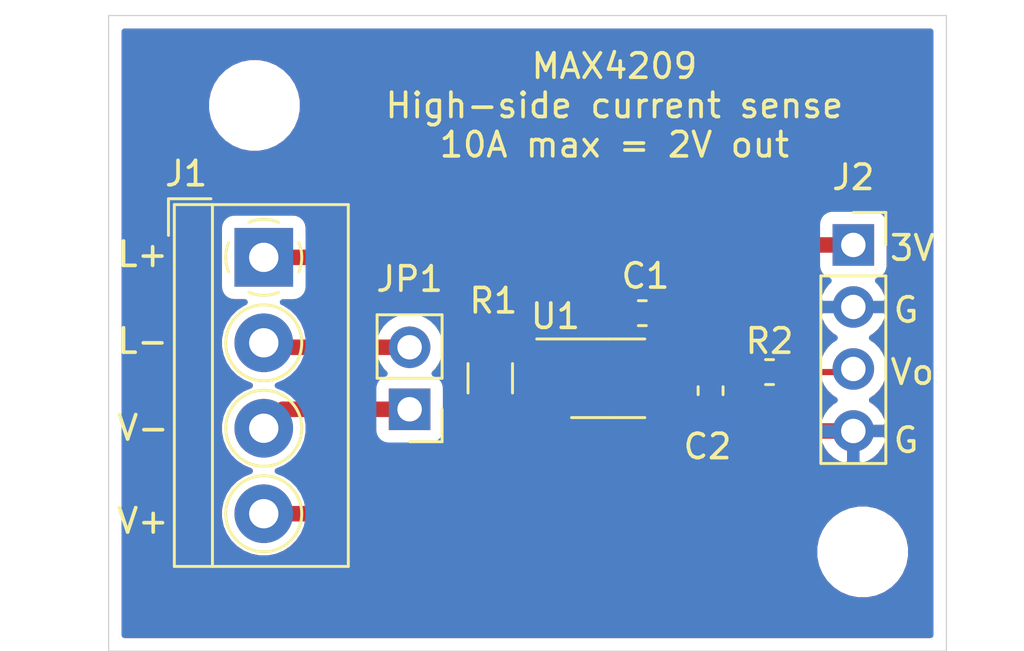
<source format=kicad_pcb>
(kicad_pcb (version 20171130) (host pcbnew 5.1.6-c6e7f7d~87~ubuntu18.04.1)

  (general
    (thickness 1.6)
    (drawings 15)
    (tracks 42)
    (zones 0)
    (modules 10)
    (nets 10)
  )

  (page A4)
  (layers
    (0 F.Cu signal)
    (31 B.Cu signal)
    (32 B.Adhes user)
    (33 F.Adhes user)
    (34 B.Paste user)
    (35 F.Paste user)
    (36 B.SilkS user)
    (37 F.SilkS user)
    (38 B.Mask user)
    (39 F.Mask user)
    (40 Dwgs.User user)
    (41 Cmts.User user)
    (42 Eco1.User user)
    (43 Eco2.User user hide)
    (44 Edge.Cuts user)
    (45 Margin user)
    (46 B.CrtYd user)
    (47 F.CrtYd user)
    (48 B.Fab user)
    (49 F.Fab user hide)
  )

  (setup
    (last_trace_width 0.25)
    (user_trace_width 0.254)
    (user_trace_width 0.381)
    (user_trace_width 0.508)
    (user_trace_width 0.635)
    (trace_clearance 0.2)
    (zone_clearance 0.508)
    (zone_45_only no)
    (trace_min 0.2)
    (via_size 0.8)
    (via_drill 0.4)
    (via_min_size 0.4)
    (via_min_drill 0.3)
    (uvia_size 0.3)
    (uvia_drill 0.1)
    (uvias_allowed no)
    (uvia_min_size 0.2)
    (uvia_min_drill 0.1)
    (edge_width 0.05)
    (segment_width 0.2)
    (pcb_text_width 0.3)
    (pcb_text_size 1.5 1.5)
    (mod_edge_width 0.12)
    (mod_text_size 1 1)
    (mod_text_width 0.15)
    (pad_size 1.524 1.524)
    (pad_drill 0.762)
    (pad_to_mask_clearance 0.05)
    (aux_axis_origin 0 0)
    (visible_elements FFFFFF7F)
    (pcbplotparams
      (layerselection 0x010fc_ffffffff)
      (usegerberextensions false)
      (usegerberattributes true)
      (usegerberadvancedattributes true)
      (creategerberjobfile true)
      (excludeedgelayer true)
      (linewidth 0.100000)
      (plotframeref false)
      (viasonmask false)
      (mode 1)
      (useauxorigin false)
      (hpglpennumber 1)
      (hpglpenspeed 20)
      (hpglpendiameter 15.000000)
      (psnegative false)
      (psa4output false)
      (plotreference true)
      (plotvalue true)
      (plotinvisibletext false)
      (padsonsilk false)
      (subtractmaskfromsilk false)
      (outputformat 1)
      (mirror false)
      (drillshape 0)
      (scaleselection 1)
      (outputdirectory "../production/gerbers"))
  )

  (net 0 "")
  (net 1 GND)
  (net 2 +3V3)
  (net 3 "Net-(C2-Pad1)")
  (net 4 /SUPPLY+)
  (net 5 /SUPPLY-)
  (net 6 /LOAD-)
  (net 7 /LOAD+)
  (net 8 "Net-(J2-Pad3)")
  (net 9 "Net-(U1-Pad6)")

  (net_class Default "This is the default net class."
    (clearance 0.2)
    (trace_width 0.25)
    (via_dia 0.8)
    (via_drill 0.4)
    (uvia_dia 0.3)
    (uvia_drill 0.1)
    (add_net +3V3)
    (add_net /LOAD+)
    (add_net /LOAD-)
    (add_net /SUPPLY+)
    (add_net /SUPPLY-)
    (add_net GND)
    (add_net "Net-(C2-Pad1)")
    (add_net "Net-(J2-Pad3)")
    (add_net "Net-(U1-Pad6)")
  )

  (module MountingHole:MountingHole_2.7mm_M2.5 (layer F.Cu) (tedit 56D1B4CB) (tstamp 61A8CCDD)
    (at 171.196 106.426)
    (descr "Mounting Hole 2.7mm, no annular, M2.5")
    (tags "mounting hole 2.7mm no annular m2.5")
    (path /61B14D6F)
    (attr virtual)
    (fp_text reference H2 (at -4.064 2.286) (layer F.SilkS) hide
      (effects (font (size 1 1) (thickness 0.15)))
    )
    (fp_text value MountingHole (at 0 3.7) (layer F.Fab)
      (effects (font (size 1 1) (thickness 0.15)))
    )
    (fp_circle (center 0 0) (end 2.95 0) (layer F.CrtYd) (width 0.05))
    (fp_circle (center 0 0) (end 2.7 0) (layer Cmts.User) (width 0.15))
    (fp_text user %R (at 0.3 0) (layer F.Fab)
      (effects (font (size 1 1) (thickness 0.15)))
    )
    (pad 1 np_thru_hole circle (at 0 0) (size 2.7 2.7) (drill 2.7) (layers *.Cu *.Mask))
  )

  (module MountingHole:MountingHole_2.7mm_M2.5 (layer F.Cu) (tedit 56D1B4CB) (tstamp 61A8D2F5)
    (at 146.304 88.138)
    (descr "Mounting Hole 2.7mm, no annular, M2.5")
    (tags "mounting hole 2.7mm no annular m2.5")
    (path /61B1347B)
    (attr virtual)
    (fp_text reference H1 (at 0 -3.7) (layer F.SilkS) hide
      (effects (font (size 1 1) (thickness 0.15)))
    )
    (fp_text value MountingHole (at 0 3.7) (layer F.Fab)
      (effects (font (size 1 1) (thickness 0.15)))
    )
    (fp_circle (center 0 0) (end 2.95 0) (layer F.CrtYd) (width 0.05))
    (fp_circle (center 0 0) (end 2.7 0) (layer Cmts.User) (width 0.15))
    (fp_text user %R (at 0.3 0) (layer F.Fab)
      (effects (font (size 1 1) (thickness 0.15)))
    )
    (pad 1 np_thru_hole circle (at 0 0) (size 2.7 2.7) (drill 2.7) (layers *.Cu *.Mask))
  )

  (module Package_SO:MSOP-8_3x3mm_P0.65mm (layer F.Cu) (tedit 5E509FDD) (tstamp 61A8D8E0)
    (at 160.782 99.314)
    (descr "MSOP, 8 Pin (https://www.jedec.org/system/files/docs/mo-187F.pdf variant AA), generated with kicad-footprint-generator ipc_gullwing_generator.py")
    (tags "MSOP SO")
    (path /61A87836)
    (attr smd)
    (fp_text reference U1 (at -2.159 -2.54) (layer F.SilkS)
      (effects (font (size 1 1) (thickness 0.15)))
    )
    (fp_text value MAX4209HAUA (at 0 2.45) (layer F.Fab)
      (effects (font (size 1 1) (thickness 0.15)))
    )
    (fp_line (start 3.18 -1.75) (end -3.18 -1.75) (layer F.CrtYd) (width 0.05))
    (fp_line (start 3.18 1.75) (end 3.18 -1.75) (layer F.CrtYd) (width 0.05))
    (fp_line (start -3.18 1.75) (end 3.18 1.75) (layer F.CrtYd) (width 0.05))
    (fp_line (start -3.18 -1.75) (end -3.18 1.75) (layer F.CrtYd) (width 0.05))
    (fp_line (start -1.5 -0.75) (end -0.75 -1.5) (layer F.Fab) (width 0.1))
    (fp_line (start -1.5 1.5) (end -1.5 -0.75) (layer F.Fab) (width 0.1))
    (fp_line (start 1.5 1.5) (end -1.5 1.5) (layer F.Fab) (width 0.1))
    (fp_line (start 1.5 -1.5) (end 1.5 1.5) (layer F.Fab) (width 0.1))
    (fp_line (start -0.75 -1.5) (end 1.5 -1.5) (layer F.Fab) (width 0.1))
    (fp_line (start 0 -1.61) (end -2.925 -1.61) (layer F.SilkS) (width 0.12))
    (fp_line (start 0 -1.61) (end 1.5 -1.61) (layer F.SilkS) (width 0.12))
    (fp_line (start 0 1.61) (end -1.5 1.61) (layer F.SilkS) (width 0.12))
    (fp_line (start 0 1.61) (end 1.5 1.61) (layer F.SilkS) (width 0.12))
    (fp_text user %R (at 0 0) (layer F.Fab)
      (effects (font (size 0.75 0.75) (thickness 0.11)))
    )
    (pad 8 smd roundrect (at 2.1125 -0.975) (size 1.625 0.4) (layers F.Cu F.Paste F.Mask) (roundrect_rratio 0.25)
      (net 2 +3V3))
    (pad 7 smd roundrect (at 2.1125 -0.325) (size 1.625 0.4) (layers F.Cu F.Paste F.Mask) (roundrect_rratio 0.25)
      (net 3 "Net-(C2-Pad1)"))
    (pad 6 smd roundrect (at 2.1125 0.325) (size 1.625 0.4) (layers F.Cu F.Paste F.Mask) (roundrect_rratio 0.25)
      (net 9 "Net-(U1-Pad6)"))
    (pad 5 smd roundrect (at 2.1125 0.975) (size 1.625 0.4) (layers F.Cu F.Paste F.Mask) (roundrect_rratio 0.25)
      (net 1 GND))
    (pad 4 smd roundrect (at -2.1125 0.975) (size 1.625 0.4) (layers F.Cu F.Paste F.Mask) (roundrect_rratio 0.25)
      (net 1 GND))
    (pad 3 smd roundrect (at -2.1125 0.325) (size 1.625 0.4) (layers F.Cu F.Paste F.Mask) (roundrect_rratio 0.25)
      (net 4 /SUPPLY+))
    (pad 2 smd roundrect (at -2.1125 -0.325) (size 1.625 0.4) (layers F.Cu F.Paste F.Mask) (roundrect_rratio 0.25)
      (net 7 /LOAD+))
    (pad 1 smd roundrect (at -2.1125 -0.975) (size 1.625 0.4) (layers F.Cu F.Paste F.Mask) (roundrect_rratio 0.25)
      (net 1 GND))
    (model ${KISYS3DMOD}/Package_SO.3dshapes/MSOP-8_3x3mm_P0.65mm.wrl
      (at (xyz 0 0 0))
      (scale (xyz 1 1 1))
      (rotate (xyz 0 0 0))
    )
    (model /home/jf/Documents/KiCAD/advent-calendar-of-circuits-2021/lib/3d/MAX4209HAUA+.STEP
      (at (xyz 0 0 0))
      (scale (xyz 1 1 1))
      (rotate (xyz -90 0 0))
    )
  )

  (module Resistor_SMD:R_0603_1608Metric (layer F.Cu) (tedit 5B301BBD) (tstamp 61A8D784)
    (at 167.386 99.06 180)
    (descr "Resistor SMD 0603 (1608 Metric), square (rectangular) end terminal, IPC_7351 nominal, (Body size source: http://www.tortai-tech.com/upload/download/2011102023233369053.pdf), generated with kicad-footprint-generator")
    (tags resistor)
    (path /61AFAEA8)
    (attr smd)
    (fp_text reference R2 (at 0 1.27) (layer F.SilkS)
      (effects (font (size 1 1) (thickness 0.15)))
    )
    (fp_text value 100R (at 0 1.43) (layer F.Fab)
      (effects (font (size 1 1) (thickness 0.15)))
    )
    (fp_line (start 1.48 0.73) (end -1.48 0.73) (layer F.CrtYd) (width 0.05))
    (fp_line (start 1.48 -0.73) (end 1.48 0.73) (layer F.CrtYd) (width 0.05))
    (fp_line (start -1.48 -0.73) (end 1.48 -0.73) (layer F.CrtYd) (width 0.05))
    (fp_line (start -1.48 0.73) (end -1.48 -0.73) (layer F.CrtYd) (width 0.05))
    (fp_line (start -0.162779 0.51) (end 0.162779 0.51) (layer F.SilkS) (width 0.12))
    (fp_line (start -0.162779 -0.51) (end 0.162779 -0.51) (layer F.SilkS) (width 0.12))
    (fp_line (start 0.8 0.4) (end -0.8 0.4) (layer F.Fab) (width 0.1))
    (fp_line (start 0.8 -0.4) (end 0.8 0.4) (layer F.Fab) (width 0.1))
    (fp_line (start -0.8 -0.4) (end 0.8 -0.4) (layer F.Fab) (width 0.1))
    (fp_line (start -0.8 0.4) (end -0.8 -0.4) (layer F.Fab) (width 0.1))
    (fp_text user %R (at 0 0) (layer F.Fab)
      (effects (font (size 0.4 0.4) (thickness 0.06)))
    )
    (pad 2 smd roundrect (at 0.7875 0 180) (size 0.875 0.95) (layers F.Cu F.Paste F.Mask) (roundrect_rratio 0.25)
      (net 3 "Net-(C2-Pad1)"))
    (pad 1 smd roundrect (at -0.7875 0 180) (size 0.875 0.95) (layers F.Cu F.Paste F.Mask) (roundrect_rratio 0.25)
      (net 8 "Net-(J2-Pad3)"))
    (model ${KISYS3DMOD}/Resistor_SMD.3dshapes/R_0603_1608Metric.wrl
      (at (xyz 0 0 0))
      (scale (xyz 1 1 1))
      (rotate (xyz 0 0 0))
    )
  )

  (module Resistor_SMD:R_1206_3216Metric (layer F.Cu) (tedit 5B301BBD) (tstamp 61A8D754)
    (at 155.956 99.314 270)
    (descr "Resistor SMD 1206 (3216 Metric), square (rectangular) end terminal, IPC_7351 nominal, (Body size source: http://www.tortai-tech.com/upload/download/2011102023233369053.pdf), generated with kicad-footprint-generator")
    (tags resistor)
    (path /61AD4AB4)
    (attr smd)
    (fp_text reference R1 (at -3.175 -0.127 180) (layer F.SilkS)
      (effects (font (size 1 1) (thickness 0.15)))
    )
    (fp_text value 0.002R (at 0 1.82 90) (layer F.Fab)
      (effects (font (size 1 1) (thickness 0.15)))
    )
    (fp_line (start 2.28 1.12) (end -2.28 1.12) (layer F.CrtYd) (width 0.05))
    (fp_line (start 2.28 -1.12) (end 2.28 1.12) (layer F.CrtYd) (width 0.05))
    (fp_line (start -2.28 -1.12) (end 2.28 -1.12) (layer F.CrtYd) (width 0.05))
    (fp_line (start -2.28 1.12) (end -2.28 -1.12) (layer F.CrtYd) (width 0.05))
    (fp_line (start -0.602064 0.91) (end 0.602064 0.91) (layer F.SilkS) (width 0.12))
    (fp_line (start -0.602064 -0.91) (end 0.602064 -0.91) (layer F.SilkS) (width 0.12))
    (fp_line (start 1.6 0.8) (end -1.6 0.8) (layer F.Fab) (width 0.1))
    (fp_line (start 1.6 -0.8) (end 1.6 0.8) (layer F.Fab) (width 0.1))
    (fp_line (start -1.6 -0.8) (end 1.6 -0.8) (layer F.Fab) (width 0.1))
    (fp_line (start -1.6 0.8) (end -1.6 -0.8) (layer F.Fab) (width 0.1))
    (fp_text user %R (at 0 0 90) (layer F.Fab)
      (effects (font (size 0.8 0.8) (thickness 0.12)))
    )
    (pad 2 smd roundrect (at 1.4 0 270) (size 1.25 1.75) (layers F.Cu F.Paste F.Mask) (roundrect_rratio 0.2)
      (net 4 /SUPPLY+))
    (pad 1 smd roundrect (at -1.4 0 270) (size 1.25 1.75) (layers F.Cu F.Paste F.Mask) (roundrect_rratio 0.2)
      (net 7 /LOAD+))
    (model ${KISYS3DMOD}/Resistor_SMD.3dshapes/R_1206_3216Metric.wrl
      (at (xyz 0 0 0))
      (scale (xyz 1 1 1))
      (rotate (xyz 0 0 0))
    )
  )

  (module Connector_PinHeader_2.54mm:PinHeader_1x02_P2.54mm_Vertical (layer F.Cu) (tedit 59FED5CC) (tstamp 61A8D7BC)
    (at 152.654 100.584 180)
    (descr "Through hole straight pin header, 1x02, 2.54mm pitch, single row")
    (tags "Through hole pin header THT 1x02 2.54mm single row")
    (path /61B074D1)
    (fp_text reference JP1 (at 0 5.334) (layer F.SilkS)
      (effects (font (size 1 1) (thickness 0.15)))
    )
    (fp_text value Jmpr_2_Opn (at 0 4.87) (layer F.Fab)
      (effects (font (size 1 1) (thickness 0.15)))
    )
    (fp_line (start 1.8 -1.8) (end -1.8 -1.8) (layer F.CrtYd) (width 0.05))
    (fp_line (start 1.8 4.35) (end 1.8 -1.8) (layer F.CrtYd) (width 0.05))
    (fp_line (start -1.8 4.35) (end 1.8 4.35) (layer F.CrtYd) (width 0.05))
    (fp_line (start -1.8 -1.8) (end -1.8 4.35) (layer F.CrtYd) (width 0.05))
    (fp_line (start -1.33 -1.33) (end 0 -1.33) (layer F.SilkS) (width 0.12))
    (fp_line (start -1.33 0) (end -1.33 -1.33) (layer F.SilkS) (width 0.12))
    (fp_line (start -1.33 1.27) (end 1.33 1.27) (layer F.SilkS) (width 0.12))
    (fp_line (start 1.33 1.27) (end 1.33 3.87) (layer F.SilkS) (width 0.12))
    (fp_line (start -1.33 1.27) (end -1.33 3.87) (layer F.SilkS) (width 0.12))
    (fp_line (start -1.33 3.87) (end 1.33 3.87) (layer F.SilkS) (width 0.12))
    (fp_line (start -1.27 -0.635) (end -0.635 -1.27) (layer F.Fab) (width 0.1))
    (fp_line (start -1.27 3.81) (end -1.27 -0.635) (layer F.Fab) (width 0.1))
    (fp_line (start 1.27 3.81) (end -1.27 3.81) (layer F.Fab) (width 0.1))
    (fp_line (start 1.27 -1.27) (end 1.27 3.81) (layer F.Fab) (width 0.1))
    (fp_line (start -0.635 -1.27) (end 1.27 -1.27) (layer F.Fab) (width 0.1))
    (fp_text user %R (at 0 1.27 90) (layer F.Fab)
      (effects (font (size 1 1) (thickness 0.15)))
    )
    (pad 2 thru_hole oval (at 0 2.54 180) (size 1.7 1.7) (drill 1) (layers *.Cu *.Mask)
      (net 6 /LOAD-))
    (pad 1 thru_hole rect (at 0 0 180) (size 1.7 1.7) (drill 1) (layers *.Cu *.Mask)
      (net 5 /SUPPLY-))
    (model ${KISYS3DMOD}/Connector_PinHeader_2.54mm.3dshapes/PinHeader_1x02_P2.54mm_Vertical.wrl
      (at (xyz 0 0 0))
      (scale (xyz 1 1 1))
      (rotate (xyz 0 0 0))
    )
  )

  (module Connector_PinSocket_2.54mm:PinSocket_1x04_P2.54mm_Vertical (layer F.Cu) (tedit 5A19A429) (tstamp 61A8D878)
    (at 170.815 93.853)
    (descr "Through hole straight socket strip, 1x04, 2.54mm pitch, single row (from Kicad 4.0.7), script generated")
    (tags "Through hole socket strip THT 1x04 2.54mm single row")
    (path /61A8D521)
    (fp_text reference J2 (at 0 -2.77) (layer F.SilkS)
      (effects (font (size 1 1) (thickness 0.15)))
    )
    (fp_text value Conn_01x04 (at 0 10.39) (layer F.Fab)
      (effects (font (size 1 1) (thickness 0.15)))
    )
    (fp_line (start -1.8 9.4) (end -1.8 -1.8) (layer F.CrtYd) (width 0.05))
    (fp_line (start 1.75 9.4) (end -1.8 9.4) (layer F.CrtYd) (width 0.05))
    (fp_line (start 1.75 -1.8) (end 1.75 9.4) (layer F.CrtYd) (width 0.05))
    (fp_line (start -1.8 -1.8) (end 1.75 -1.8) (layer F.CrtYd) (width 0.05))
    (fp_line (start 0 -1.33) (end 1.33 -1.33) (layer F.SilkS) (width 0.12))
    (fp_line (start 1.33 -1.33) (end 1.33 0) (layer F.SilkS) (width 0.12))
    (fp_line (start 1.33 1.27) (end 1.33 8.95) (layer F.SilkS) (width 0.12))
    (fp_line (start -1.33 8.95) (end 1.33 8.95) (layer F.SilkS) (width 0.12))
    (fp_line (start -1.33 1.27) (end -1.33 8.95) (layer F.SilkS) (width 0.12))
    (fp_line (start -1.33 1.27) (end 1.33 1.27) (layer F.SilkS) (width 0.12))
    (fp_line (start -1.27 8.89) (end -1.27 -1.27) (layer F.Fab) (width 0.1))
    (fp_line (start 1.27 8.89) (end -1.27 8.89) (layer F.Fab) (width 0.1))
    (fp_line (start 1.27 -0.635) (end 1.27 8.89) (layer F.Fab) (width 0.1))
    (fp_line (start 0.635 -1.27) (end 1.27 -0.635) (layer F.Fab) (width 0.1))
    (fp_line (start -1.27 -1.27) (end 0.635 -1.27) (layer F.Fab) (width 0.1))
    (fp_text user %R (at 0 3.81 90) (layer F.Fab)
      (effects (font (size 1 1) (thickness 0.15)))
    )
    (pad 4 thru_hole oval (at 0 7.62) (size 1.7 1.7) (drill 1) (layers *.Cu *.Mask)
      (net 1 GND))
    (pad 3 thru_hole oval (at 0 5.08) (size 1.7 1.7) (drill 1) (layers *.Cu *.Mask)
      (net 8 "Net-(J2-Pad3)"))
    (pad 2 thru_hole oval (at 0 2.54) (size 1.7 1.7) (drill 1) (layers *.Cu *.Mask)
      (net 1 GND))
    (pad 1 thru_hole rect (at 0 0) (size 1.7 1.7) (drill 1) (layers *.Cu *.Mask)
      (net 2 +3V3))
  )

  (module TerminalBlock_4Ucon:TerminalBlock_4Ucon_1x04_P3.50mm_Horizontal (layer F.Cu) (tedit 5B294E91) (tstamp 61A8D664)
    (at 146.685 94.361 270)
    (descr "Terminal Block 4Ucon ItemNo. 20001, 4 pins, pitch 3.5mm, size 14.7x7mm^2, drill diamater 1.2mm, pad diameter 2.4mm, see http://www.4uconnector.com/online/object/4udrawing/20001.pdf, script-generated using https://github.com/pointhi/kicad-footprint-generator/scripts/TerminalBlock_4Ucon")
    (tags "THT Terminal Block 4Ucon ItemNo. 20001 pitch 3.5mm size 14.7x7mm^2 drill 1.2mm pad 2.4mm")
    (path /61ABE308)
    (fp_text reference J1 (at -3.429 3.175 180) (layer F.SilkS)
      (effects (font (size 1 1) (thickness 0.15)))
    )
    (fp_text value Conn_01x04 (at 5.25 4.66 90) (layer F.Fab)
      (effects (font (size 1 1) (thickness 0.15)))
    )
    (fp_line (start 13.1 -3.9) (end -2.6 -3.9) (layer F.CrtYd) (width 0.05))
    (fp_line (start 13.1 4.1) (end 13.1 -3.9) (layer F.CrtYd) (width 0.05))
    (fp_line (start -2.6 4.1) (end 13.1 4.1) (layer F.CrtYd) (width 0.05))
    (fp_line (start -2.6 -3.9) (end -2.6 4.1) (layer F.CrtYd) (width 0.05))
    (fp_line (start -2.4 3.9) (end -0.9 3.9) (layer F.SilkS) (width 0.12))
    (fp_line (start -2.4 2.16) (end -2.4 3.9) (layer F.SilkS) (width 0.12))
    (fp_line (start 9.4 0.069) (end 9.4 -0.069) (layer F.Fab) (width 0.1))
    (fp_line (start 10.431 0.069) (end 9.4 0.069) (layer F.Fab) (width 0.1))
    (fp_line (start 10.431 1.1) (end 10.431 0.069) (layer F.Fab) (width 0.1))
    (fp_line (start 10.569 1.1) (end 10.431 1.1) (layer F.Fab) (width 0.1))
    (fp_line (start 10.569 0.069) (end 10.569 1.1) (layer F.Fab) (width 0.1))
    (fp_line (start 11.6 0.069) (end 10.569 0.069) (layer F.Fab) (width 0.1))
    (fp_line (start 11.6 -0.069) (end 11.6 0.069) (layer F.Fab) (width 0.1))
    (fp_line (start 10.569 -0.069) (end 11.6 -0.069) (layer F.Fab) (width 0.1))
    (fp_line (start 10.569 -1.1) (end 10.569 -0.069) (layer F.Fab) (width 0.1))
    (fp_line (start 10.431 -1.1) (end 10.569 -1.1) (layer F.Fab) (width 0.1))
    (fp_line (start 10.431 -0.069) (end 10.431 -1.1) (layer F.Fab) (width 0.1))
    (fp_line (start 9.4 -0.069) (end 10.431 -0.069) (layer F.Fab) (width 0.1))
    (fp_line (start 5.9 0.069) (end 5.9 -0.069) (layer F.Fab) (width 0.1))
    (fp_line (start 6.931 0.069) (end 5.9 0.069) (layer F.Fab) (width 0.1))
    (fp_line (start 6.931 1.1) (end 6.931 0.069) (layer F.Fab) (width 0.1))
    (fp_line (start 7.069 1.1) (end 6.931 1.1) (layer F.Fab) (width 0.1))
    (fp_line (start 7.069 0.069) (end 7.069 1.1) (layer F.Fab) (width 0.1))
    (fp_line (start 8.1 0.069) (end 7.069 0.069) (layer F.Fab) (width 0.1))
    (fp_line (start 8.1 -0.069) (end 8.1 0.069) (layer F.Fab) (width 0.1))
    (fp_line (start 7.069 -0.069) (end 8.1 -0.069) (layer F.Fab) (width 0.1))
    (fp_line (start 7.069 -1.1) (end 7.069 -0.069) (layer F.Fab) (width 0.1))
    (fp_line (start 6.931 -1.1) (end 7.069 -1.1) (layer F.Fab) (width 0.1))
    (fp_line (start 6.931 -0.069) (end 6.931 -1.1) (layer F.Fab) (width 0.1))
    (fp_line (start 5.9 -0.069) (end 6.931 -0.069) (layer F.Fab) (width 0.1))
    (fp_line (start 2.4 0.069) (end 2.4 -0.069) (layer F.Fab) (width 0.1))
    (fp_line (start 3.431 0.069) (end 2.4 0.069) (layer F.Fab) (width 0.1))
    (fp_line (start 3.431 1.1) (end 3.431 0.069) (layer F.Fab) (width 0.1))
    (fp_line (start 3.569 1.1) (end 3.431 1.1) (layer F.Fab) (width 0.1))
    (fp_line (start 3.569 0.069) (end 3.569 1.1) (layer F.Fab) (width 0.1))
    (fp_line (start 4.6 0.069) (end 3.569 0.069) (layer F.Fab) (width 0.1))
    (fp_line (start 4.6 -0.069) (end 4.6 0.069) (layer F.Fab) (width 0.1))
    (fp_line (start 3.569 -0.069) (end 4.6 -0.069) (layer F.Fab) (width 0.1))
    (fp_line (start 3.569 -1.1) (end 3.569 -0.069) (layer F.Fab) (width 0.1))
    (fp_line (start 3.431 -1.1) (end 3.569 -1.1) (layer F.Fab) (width 0.1))
    (fp_line (start 3.431 -0.069) (end 3.431 -1.1) (layer F.Fab) (width 0.1))
    (fp_line (start 2.4 -0.069) (end 3.431 -0.069) (layer F.Fab) (width 0.1))
    (fp_line (start -1.1 0.069) (end -1.1 -0.069) (layer F.Fab) (width 0.1))
    (fp_line (start -0.069 0.069) (end -1.1 0.069) (layer F.Fab) (width 0.1))
    (fp_line (start -0.069 1.1) (end -0.069 0.069) (layer F.Fab) (width 0.1))
    (fp_line (start 0.069 1.1) (end -0.069 1.1) (layer F.Fab) (width 0.1))
    (fp_line (start 0.069 0.069) (end 0.069 1.1) (layer F.Fab) (width 0.1))
    (fp_line (start 1.1 0.069) (end 0.069 0.069) (layer F.Fab) (width 0.1))
    (fp_line (start 1.1 -0.069) (end 1.1 0.069) (layer F.Fab) (width 0.1))
    (fp_line (start 0.069 -0.069) (end 1.1 -0.069) (layer F.Fab) (width 0.1))
    (fp_line (start 0.069 -1.1) (end 0.069 -0.069) (layer F.Fab) (width 0.1))
    (fp_line (start -0.069 -1.1) (end 0.069 -1.1) (layer F.Fab) (width 0.1))
    (fp_line (start -0.069 -0.069) (end -0.069 -1.1) (layer F.Fab) (width 0.1))
    (fp_line (start -1.1 -0.069) (end -0.069 -0.069) (layer F.Fab) (width 0.1))
    (fp_line (start 12.66 -3.46) (end 12.66 3.66) (layer F.SilkS) (width 0.12))
    (fp_line (start -2.16 -3.46) (end -2.16 3.66) (layer F.SilkS) (width 0.12))
    (fp_line (start -2.16 3.66) (end 12.66 3.66) (layer F.SilkS) (width 0.12))
    (fp_line (start -2.16 -3.46) (end 12.66 -3.46) (layer F.SilkS) (width 0.12))
    (fp_line (start -2.16 2.1) (end 12.66 2.1) (layer F.SilkS) (width 0.12))
    (fp_line (start -2.1 2.1) (end 12.6 2.1) (layer F.Fab) (width 0.1))
    (fp_line (start -2.1 2.1) (end -2.1 -3.4) (layer F.Fab) (width 0.1))
    (fp_line (start -0.6 3.6) (end -2.1 2.1) (layer F.Fab) (width 0.1))
    (fp_line (start 12.6 3.6) (end -0.6 3.6) (layer F.Fab) (width 0.1))
    (fp_line (start 12.6 -3.4) (end 12.6 3.6) (layer F.Fab) (width 0.1))
    (fp_line (start -2.1 -3.4) (end 12.6 -3.4) (layer F.Fab) (width 0.1))
    (fp_circle (center 10.5 0) (end 12.055 0) (layer F.SilkS) (width 0.12))
    (fp_circle (center 10.5 0) (end 11.875 0) (layer F.Fab) (width 0.1))
    (fp_circle (center 7 0) (end 8.555 0) (layer F.SilkS) (width 0.12))
    (fp_circle (center 7 0) (end 8.375 0) (layer F.Fab) (width 0.1))
    (fp_circle (center 3.5 0) (end 5.055 0) (layer F.SilkS) (width 0.12))
    (fp_circle (center 3.5 0) (end 4.875 0) (layer F.Fab) (width 0.1))
    (fp_circle (center 0 0) (end 1.375 0) (layer F.Fab) (width 0.1))
    (fp_text user %R (at 5.25 2.9 90) (layer F.Fab)
      (effects (font (size 1 1) (thickness 0.15)))
    )
    (fp_arc (start 0 0) (end -0.608 1.432) (angle -24) (layer F.SilkS) (width 0.12))
    (fp_arc (start 0 0) (end -1.432 -0.608) (angle -46) (layer F.SilkS) (width 0.12))
    (fp_arc (start 0 0) (end 0.608 -1.432) (angle -46) (layer F.SilkS) (width 0.12))
    (fp_arc (start 0 0) (end 1.432 0.608) (angle -46) (layer F.SilkS) (width 0.12))
    (fp_arc (start 0 0) (end 0 1.555) (angle -23) (layer F.SilkS) (width 0.12))
    (pad 4 thru_hole circle (at 10.5 0 270) (size 2.4 2.4) (drill 1.2) (layers *.Cu *.Mask)
      (net 4 /SUPPLY+))
    (pad 3 thru_hole circle (at 7 0 270) (size 2.4 2.4) (drill 1.2) (layers *.Cu *.Mask)
      (net 5 /SUPPLY-))
    (pad 2 thru_hole circle (at 3.5 0 270) (size 2.4 2.4) (drill 1.2) (layers *.Cu *.Mask)
      (net 6 /LOAD-))
    (pad 1 thru_hole rect (at 0 0 270) (size 2.4 2.4) (drill 1.2) (layers *.Cu *.Mask)
      (net 7 /LOAD+))
    (model ${KISYS3DMOD}/TerminalBlock_4Ucon.3dshapes/TerminalBlock_4Ucon_1x04_P3.50mm_Horizontal.wrl
      (at (xyz 0 0 0))
      (scale (xyz 1 1 1))
      (rotate (xyz 0 0 0))
    )
  )

  (module Capacitor_SMD:C_0603_1608Metric (layer F.Cu) (tedit 5B301BBE) (tstamp 61A8D80E)
    (at 164.973 99.822 270)
    (descr "Capacitor SMD 0603 (1608 Metric), square (rectangular) end terminal, IPC_7351 nominal, (Body size source: http://www.tortai-tech.com/upload/download/2011102023233369053.pdf), generated with kicad-footprint-generator")
    (tags capacitor)
    (path /61AF9C54)
    (attr smd)
    (fp_text reference C2 (at 2.286 0.127 180) (layer F.SilkS)
      (effects (font (size 1 1) (thickness 0.15)))
    )
    (fp_text value 1uF (at 0 1.43 90) (layer F.Fab)
      (effects (font (size 1 1) (thickness 0.15)))
    )
    (fp_line (start 1.48 0.73) (end -1.48 0.73) (layer F.CrtYd) (width 0.05))
    (fp_line (start 1.48 -0.73) (end 1.48 0.73) (layer F.CrtYd) (width 0.05))
    (fp_line (start -1.48 -0.73) (end 1.48 -0.73) (layer F.CrtYd) (width 0.05))
    (fp_line (start -1.48 0.73) (end -1.48 -0.73) (layer F.CrtYd) (width 0.05))
    (fp_line (start -0.162779 0.51) (end 0.162779 0.51) (layer F.SilkS) (width 0.12))
    (fp_line (start -0.162779 -0.51) (end 0.162779 -0.51) (layer F.SilkS) (width 0.12))
    (fp_line (start 0.8 0.4) (end -0.8 0.4) (layer F.Fab) (width 0.1))
    (fp_line (start 0.8 -0.4) (end 0.8 0.4) (layer F.Fab) (width 0.1))
    (fp_line (start -0.8 -0.4) (end 0.8 -0.4) (layer F.Fab) (width 0.1))
    (fp_line (start -0.8 0.4) (end -0.8 -0.4) (layer F.Fab) (width 0.1))
    (fp_text user %R (at 0 0 90) (layer F.Fab)
      (effects (font (size 0.4 0.4) (thickness 0.06)))
    )
    (pad 2 smd roundrect (at 0.7875 0 270) (size 0.875 0.95) (layers F.Cu F.Paste F.Mask) (roundrect_rratio 0.25)
      (net 1 GND))
    (pad 1 smd roundrect (at -0.7875 0 270) (size 0.875 0.95) (layers F.Cu F.Paste F.Mask) (roundrect_rratio 0.25)
      (net 3 "Net-(C2-Pad1)"))
    (model ${KISYS3DMOD}/Capacitor_SMD.3dshapes/C_0603_1608Metric.wrl
      (at (xyz 0 0 0))
      (scale (xyz 1 1 1))
      (rotate (xyz 0 0 0))
    )
  )

  (module Capacitor_SMD:C_0603_1608Metric (layer F.Cu) (tedit 5B301BBE) (tstamp 61A8D721)
    (at 162.179 96.647 180)
    (descr "Capacitor SMD 0603 (1608 Metric), square (rectangular) end terminal, IPC_7351 nominal, (Body size source: http://www.tortai-tech.com/upload/download/2011102023233369053.pdf), generated with kicad-footprint-generator")
    (tags capacitor)
    (path /61A91D0E)
    (attr smd)
    (fp_text reference C1 (at -0.127 1.524) (layer F.SilkS)
      (effects (font (size 1 1) (thickness 0.15)))
    )
    (fp_text value C_Small (at 0 1.43) (layer F.Fab)
      (effects (font (size 1 1) (thickness 0.15)))
    )
    (fp_line (start 1.48 0.73) (end -1.48 0.73) (layer F.CrtYd) (width 0.05))
    (fp_line (start 1.48 -0.73) (end 1.48 0.73) (layer F.CrtYd) (width 0.05))
    (fp_line (start -1.48 -0.73) (end 1.48 -0.73) (layer F.CrtYd) (width 0.05))
    (fp_line (start -1.48 0.73) (end -1.48 -0.73) (layer F.CrtYd) (width 0.05))
    (fp_line (start -0.162779 0.51) (end 0.162779 0.51) (layer F.SilkS) (width 0.12))
    (fp_line (start -0.162779 -0.51) (end 0.162779 -0.51) (layer F.SilkS) (width 0.12))
    (fp_line (start 0.8 0.4) (end -0.8 0.4) (layer F.Fab) (width 0.1))
    (fp_line (start 0.8 -0.4) (end 0.8 0.4) (layer F.Fab) (width 0.1))
    (fp_line (start -0.8 -0.4) (end 0.8 -0.4) (layer F.Fab) (width 0.1))
    (fp_line (start -0.8 0.4) (end -0.8 -0.4) (layer F.Fab) (width 0.1))
    (fp_text user %R (at 0 0) (layer F.Fab)
      (effects (font (size 0.4 0.4) (thickness 0.06)))
    )
    (pad 2 smd roundrect (at 0.7875 0 180) (size 0.875 0.95) (layers F.Cu F.Paste F.Mask) (roundrect_rratio 0.25)
      (net 1 GND))
    (pad 1 smd roundrect (at -0.7875 0 180) (size 0.875 0.95) (layers F.Cu F.Paste F.Mask) (roundrect_rratio 0.25)
      (net 2 +3V3))
    (model ${KISYS3DMOD}/Capacitor_SMD.3dshapes/C_0603_1608Metric.wrl
      (at (xyz 0 0 0))
      (scale (xyz 1 1 1))
      (rotate (xyz 0 0 0))
    )
  )

  (gr_text "12/1/2021\n" (at 163.322 108.966) (layer F.Mask) (tstamp 61A8E1A5)
    (effects (font (size 1 1) (thickness 0.15) italic))
  )
  (gr_text "JF Saraceno" (at 153.67 108.712) (layer B.Mask) (tstamp 61A8E090)
    (effects (font (size 1 1) (thickness 0.15) italic) (justify mirror))
  )
  (gr_text 3V (at 173.228 93.98) (layer F.SilkS) (tstamp 61A8DF55)
    (effects (font (size 1 1) (thickness 0.15)))
  )
  (gr_text G (at 172.974 96.52) (layer F.SilkS) (tstamp 61A8DF51)
    (effects (font (size 1 1) (thickness 0.15)))
  )
  (gr_text Vo (at 173.228 99.06) (layer F.SilkS) (tstamp 61A8DF4D)
    (effects (font (size 1 1) (thickness 0.15)))
  )
  (gr_text G (at 172.974 101.854) (layer F.SilkS) (tstamp 61A8DF49)
    (effects (font (size 1 1) (thickness 0.15)))
  )
  (gr_text L+ (at 141.732 94.234) (layer F.SilkS) (tstamp 61A8DF35)
    (effects (font (size 1 1) (thickness 0.15)))
  )
  (gr_text L- (at 141.732 97.79) (layer F.SilkS) (tstamp 61A8DF33)
    (effects (font (size 1 1) (thickness 0.15)))
  )
  (gr_text V- (at 141.732 101.346) (layer F.SilkS) (tstamp 61A8DF31)
    (effects (font (size 1 1) (thickness 0.15)))
  )
  (gr_text V+ (at 141.732 105.156) (layer F.SilkS)
    (effects (font (size 1 1) (thickness 0.15)))
  )
  (gr_text "MAX4209\nHigh-side current sense\n10A max = 2V out" (at 161.036 88.138) (layer F.SilkS)
    (effects (font (size 1 1) (thickness 0.15)))
  )
  (gr_line (start 174.625 84.455) (end 140.335 84.455) (layer Edge.Cuts) (width 0.05))
  (gr_line (start 174.625 110.49) (end 174.625 84.455) (layer Edge.Cuts) (width 0.05))
  (gr_line (start 140.335 110.49) (end 174.625 110.49) (layer Edge.Cuts) (width 0.05))
  (gr_line (start 140.335 84.455) (end 140.335 110.49) (layer Edge.Cuts) (width 0.05))

  (segment (start 161.3915 96.647) (end 159.258 96.647) (width 0.25) (layer F.Cu) (net 1) (tstamp 61A8D847))
  (segment (start 158.6695 97.2355) (end 158.6695 98.339) (width 0.25) (layer F.Cu) (net 1) (tstamp 61A8D8AD))
  (segment (start 159.258 96.647) (end 158.6695 97.2355) (width 0.25) (layer F.Cu) (net 1) (tstamp 61A8D919))
  (segment (start 161.3915 96.647) (end 161.3915 98.9585) (width 0.25) (layer F.Cu) (net 1) (tstamp 61A8D8C2))
  (segment (start 160.061 100.289) (end 158.6695 100.289) (width 0.25) (layer F.Cu) (net 1) (tstamp 61A8D7F0))
  (segment (start 161.3915 98.9585) (end 160.061 100.289) (width 0.25) (layer F.Cu) (net 1) (tstamp 61A8D7E7))
  (segment (start 161.3915 98.9585) (end 161.3915 99.9235) (width 0.25) (layer F.Cu) (net 1) (tstamp 61A8D8B0))
  (segment (start 161.757 100.289) (end 162.8945 100.289) (width 0.25) (layer F.Cu) (net 1) (tstamp 61A8D850))
  (segment (start 161.3915 99.9235) (end 161.757 100.289) (width 0.25) (layer F.Cu) (net 1) (tstamp 61A8D84A))
  (segment (start 164.973 100.6095) (end 164.1095 100.6095) (width 0.25) (layer F.Cu) (net 1) (tstamp 61A8D85F))
  (segment (start 163.789 100.289) (end 162.8945 100.289) (width 0.25) (layer F.Cu) (net 1) (tstamp 61A8D838))
  (segment (start 164.1095 100.6095) (end 163.789 100.289) (width 0.25) (layer F.Cu) (net 1) (tstamp 61A8D8B9))
  (segment (start 171.069 101.473) (end 167.005 101.473) (width 0.635) (layer F.Cu) (net 1) (tstamp 61A8D8BC))
  (segment (start 166.1415 100.6095) (end 164.973 100.6095) (width 0.635) (layer F.Cu) (net 1) (tstamp 61A8D916))
  (segment (start 167.005 101.473) (end 166.1415 100.6095) (width 0.635) (layer F.Cu) (net 1) (tstamp 61A8D856))
  (segment (start 162.9665 98.267) (end 162.8945 98.339) (width 0.25) (layer F.Cu) (net 2) (tstamp 61A8D841))
  (segment (start 162.9665 96.647) (end 162.9665 98.267) (width 0.25) (layer F.Cu) (net 2) (tstamp 61A8D913))
  (segment (start 171.069 93.853) (end 167.386 93.853) (width 0.635) (layer F.Cu) (net 2) (tstamp 61A8D7F9))
  (segment (start 164.592 96.647) (end 162.9665 96.647) (width 0.635) (layer F.Cu) (net 2) (tstamp 61A8D742))
  (segment (start 167.386 93.853) (end 164.592 96.647) (width 0.635) (layer F.Cu) (net 2) (tstamp 61A8D8AA))
  (segment (start 164.9275 98.989) (end 164.973 99.0345) (width 0.25) (layer F.Cu) (net 3) (tstamp 61A8D8A7))
  (segment (start 162.8945 98.989) (end 164.9275 98.989) (width 0.25) (layer F.Cu) (net 3) (tstamp 61A8D7EA))
  (segment (start 166.573 99.0345) (end 166.5985 99.06) (width 0.25) (layer F.Cu) (net 3) (tstamp 61A8D835))
  (segment (start 164.973 99.0345) (end 166.573 99.0345) (width 0.25) (layer F.Cu) (net 3) (tstamp 61A8D70F))
  (segment (start 157.155 99.639) (end 158.6695 99.639) (width 0.25) (layer F.Cu) (net 4) (tstamp 61A8D7F6))
  (segment (start 155.956 100.714) (end 156.08 100.714) (width 0.25) (layer F.Cu) (net 4) (tstamp 61A8D8B3))
  (segment (start 156.08 100.714) (end 157.155 99.639) (width 0.25) (layer F.Cu) (net 4) (tstamp 61A8D85C))
  (segment (start 155.956 100.714) (end 155.956 102.616) (width 0.635) (layer F.Cu) (net 4) (tstamp 61A8D859))
  (segment (start 153.711 104.861) (end 146.685 104.861) (width 0.635) (layer F.Cu) (net 4) (tstamp 61A8D84D))
  (segment (start 155.956 102.616) (end 153.711 104.861) (width 0.635) (layer F.Cu) (net 4) (tstamp 61A8D832))
  (segment (start 147.462 100.584) (end 146.685 101.361) (width 0.635) (layer F.Cu) (net 5) (tstamp 61A8D82F))
  (segment (start 152.654 100.584) (end 147.462 100.584) (width 0.635) (layer F.Cu) (net 5) (tstamp 61A8D7ED))
  (segment (start 146.868 98.044) (end 146.685 97.861) (width 0.635) (layer F.Cu) (net 6) (tstamp 61A8D83B))
  (segment (start 152.654 98.044) (end 146.868 98.044) (width 0.635) (layer F.Cu) (net 6) (tstamp 61A8D83E))
  (segment (start 155.956 97.914) (end 156.08 97.914) (width 0.25) (layer F.Cu) (net 7) (tstamp 61A8D7F3))
  (segment (start 157.155 98.989) (end 158.6695 98.989) (width 0.25) (layer F.Cu) (net 7) (tstamp 61A8D8C5))
  (segment (start 156.08 97.914) (end 157.155 98.989) (width 0.25) (layer F.Cu) (net 7) (tstamp 61A8D7FC))
  (segment (start 146.685 94.361) (end 153.162 94.361) (width 0.635) (layer F.Cu) (net 7) (tstamp 61A8D8BF))
  (segment (start 155.956 97.155) (end 155.956 97.914) (width 0.635) (layer F.Cu) (net 7) (tstamp 61A8D844))
  (segment (start 153.162 94.361) (end 155.956 97.155) (width 0.635) (layer F.Cu) (net 7) (tstamp 61A8D7A5))
  (segment (start 170.942 99.06) (end 171.069 98.933) (width 0.25) (layer F.Cu) (net 8) (tstamp 61A8D853))
  (segment (start 168.1735 99.06) (end 170.942 99.06) (width 0.25) (layer F.Cu) (net 8) (tstamp 61A8D8B6))

  (zone (net 1) (net_name GND) (layer F.Cu) (tstamp 61A873FB) (hatch edge 0.508)
    (connect_pads (clearance 0.508))
    (min_thickness 0.254)
    (fill yes (arc_segments 32) (thermal_gap 0.508) (thermal_bridge_width 0.508))
    (polygon
      (pts
        (xy 177.8 110.49) (xy 135.89 110.49) (xy 135.89 83.82) (xy 177.8 83.82)
      )
    )
    (filled_polygon
      (pts
        (xy 173.965 109.83) (xy 140.995 109.83) (xy 140.995 93.161) (xy 144.846928 93.161) (xy 144.846928 95.561)
        (xy 144.859188 95.685482) (xy 144.895498 95.80518) (xy 144.954463 95.915494) (xy 145.033815 96.012185) (xy 145.130506 96.091537)
        (xy 145.24082 96.150502) (xy 145.360518 96.186812) (xy 145.485 96.199072) (xy 145.902162 96.199072) (xy 145.815801 96.234844)
        (xy 145.515256 96.435662) (xy 145.259662 96.691256) (xy 145.058844 96.991801) (xy 144.920518 97.32575) (xy 144.85 97.680268)
        (xy 144.85 98.041732) (xy 144.920518 98.39625) (xy 145.058844 98.730199) (xy 145.259662 99.030744) (xy 145.515256 99.286338)
        (xy 145.815801 99.487156) (xy 146.114787 99.611) (xy 145.815801 99.734844) (xy 145.515256 99.935662) (xy 145.259662 100.191256)
        (xy 145.058844 100.491801) (xy 144.920518 100.82575) (xy 144.85 101.180268) (xy 144.85 101.541732) (xy 144.920518 101.89625)
        (xy 145.058844 102.230199) (xy 145.259662 102.530744) (xy 145.515256 102.786338) (xy 145.815801 102.987156) (xy 146.114787 103.111)
        (xy 145.815801 103.234844) (xy 145.515256 103.435662) (xy 145.259662 103.691256) (xy 145.058844 103.991801) (xy 144.920518 104.32575)
        (xy 144.85 104.680268) (xy 144.85 105.041732) (xy 144.920518 105.39625) (xy 145.058844 105.730199) (xy 145.259662 106.030744)
        (xy 145.515256 106.286338) (xy 145.815801 106.487156) (xy 146.14975 106.625482) (xy 146.504268 106.696) (xy 146.865732 106.696)
        (xy 147.22025 106.625482) (xy 147.554199 106.487156) (xy 147.854744 106.286338) (xy 147.910587 106.230495) (xy 169.211 106.230495)
        (xy 169.211 106.621505) (xy 169.287282 107.005003) (xy 169.436915 107.36625) (xy 169.654149 107.691364) (xy 169.930636 107.967851)
        (xy 170.25575 108.185085) (xy 170.616997 108.334718) (xy 171.000495 108.411) (xy 171.391505 108.411) (xy 171.775003 108.334718)
        (xy 172.13625 108.185085) (xy 172.461364 107.967851) (xy 172.737851 107.691364) (xy 172.955085 107.36625) (xy 173.104718 107.005003)
        (xy 173.181 106.621505) (xy 173.181 106.230495) (xy 173.104718 105.846997) (xy 172.955085 105.48575) (xy 172.737851 105.160636)
        (xy 172.461364 104.884149) (xy 172.13625 104.666915) (xy 171.775003 104.517282) (xy 171.391505 104.441) (xy 171.000495 104.441)
        (xy 170.616997 104.517282) (xy 170.25575 104.666915) (xy 169.930636 104.884149) (xy 169.654149 105.160636) (xy 169.436915 105.48575)
        (xy 169.287282 105.846997) (xy 169.211 106.230495) (xy 147.910587 106.230495) (xy 148.110338 106.030744) (xy 148.255496 105.8135)
        (xy 153.664215 105.8135) (xy 153.711 105.818108) (xy 153.757785 105.8135) (xy 153.897723 105.799717) (xy 154.077269 105.745252)
        (xy 154.242741 105.656806) (xy 154.387778 105.537778) (xy 154.417607 105.501431) (xy 156.596431 103.322607) (xy 156.632778 103.292778)
        (xy 156.751806 103.147741) (xy 156.840252 102.982269) (xy 156.894717 102.802723) (xy 156.9085 102.662785) (xy 156.913108 102.616001)
        (xy 156.9085 102.569216) (xy 156.9085 101.913218) (xy 156.92085 101.909472) (xy 157.069736 101.82989) (xy 169.373524 101.82989)
        (xy 169.418175 101.977099) (xy 169.543359 102.23992) (xy 169.717412 102.473269) (xy 169.933645 102.668178) (xy 170.183748 102.817157)
        (xy 170.458109 102.914481) (xy 170.688 102.793814) (xy 170.688 101.6) (xy 170.942 101.6) (xy 170.942 102.793814)
        (xy 171.171891 102.914481) (xy 171.446252 102.817157) (xy 171.696355 102.668178) (xy 171.912588 102.473269) (xy 172.086641 102.23992)
        (xy 172.211825 101.977099) (xy 172.256476 101.82989) (xy 172.135155 101.6) (xy 170.942 101.6) (xy 170.688 101.6)
        (xy 169.494845 101.6) (xy 169.373524 101.82989) (xy 157.069736 101.82989) (xy 157.074386 101.827405) (xy 157.208962 101.716962)
        (xy 157.319405 101.582386) (xy 157.401472 101.42885) (xy 157.452008 101.262254) (xy 157.469072 101.089) (xy 157.469072 100.991832)
        (xy 157.509994 101.024465) (xy 157.621125 101.081874) (xy 157.741322 101.116499) (xy 157.865963 101.127009) (xy 158.38375 101.124)
        (xy 158.5425 100.96525) (xy 158.5425 100.477072) (xy 158.7965 100.477072) (xy 158.7965 100.96525) (xy 158.95525 101.124)
        (xy 159.473037 101.127009) (xy 159.597678 101.116499) (xy 159.717875 101.081874) (xy 159.829006 101.024465) (xy 159.926803 100.946478)
        (xy 160.007505 100.850911) (xy 160.068013 100.741436) (xy 160.106001 100.62226) (xy 160.117 100.52075) (xy 159.95825 100.362)
        (xy 159.774622 100.362) (xy 159.792051 100.352684) (xy 159.903896 100.260896) (xy 159.940741 100.216) (xy 159.95825 100.216)
        (xy 160.117 100.05725) (xy 160.106001 99.95574) (xy 160.094637 99.920088) (xy 160.10589 99.882991) (xy 160.120072 99.739)
        (xy 160.120072 99.539) (xy 160.10589 99.395009) (xy 160.081316 99.314) (xy 160.10589 99.232991) (xy 160.120072 99.089)
        (xy 160.120072 98.889) (xy 160.10589 98.745009) (xy 160.094637 98.707912) (xy 160.106001 98.67226) (xy 160.117 98.57075)
        (xy 159.95825 98.412) (xy 159.940741 98.412) (xy 159.903896 98.367104) (xy 159.792051 98.275316) (xy 159.774622 98.266)
        (xy 159.95825 98.266) (xy 159.98525 98.239) (xy 161.443928 98.239) (xy 161.443928 98.439) (xy 161.45811 98.582991)
        (xy 161.482684 98.664) (xy 161.45811 98.745009) (xy 161.443928 98.889) (xy 161.443928 99.089) (xy 161.45811 99.232991)
        (xy 161.482684 99.314) (xy 161.45811 99.395009) (xy 161.443928 99.539) (xy 161.443928 99.739) (xy 161.45811 99.882991)
        (xy 161.469363 99.920088) (xy 161.457999 99.95574) (xy 161.447 100.05725) (xy 161.60575 100.216) (xy 161.623259 100.216)
        (xy 161.660104 100.260896) (xy 161.771949 100.352684) (xy 161.789378 100.362) (xy 161.60575 100.362) (xy 161.447 100.52075)
        (xy 161.457999 100.62226) (xy 161.495987 100.741436) (xy 161.556495 100.850911) (xy 161.637197 100.946478) (xy 161.734994 101.024465)
        (xy 161.846125 101.081874) (xy 161.966322 101.116499) (xy 162.090963 101.127009) (xy 162.60875 101.124) (xy 162.7675 100.96525)
        (xy 162.7675 100.477072) (xy 163.0215 100.477072) (xy 163.0215 100.96525) (xy 163.18025 101.124) (xy 163.698037 101.127009)
        (xy 163.822678 101.116499) (xy 163.865556 101.104147) (xy 163.872188 101.171482) (xy 163.908498 101.29118) (xy 163.967463 101.401494)
        (xy 164.046815 101.498185) (xy 164.143506 101.577537) (xy 164.25382 101.636502) (xy 164.373518 101.672812) (xy 164.498 101.685072)
        (xy 164.68725 101.682) (xy 164.846 101.52325) (xy 164.846 100.7365) (xy 165.1 100.7365) (xy 165.1 101.52325)
        (xy 165.25875 101.682) (xy 165.448 101.685072) (xy 165.572482 101.672812) (xy 165.69218 101.636502) (xy 165.802494 101.577537)
        (xy 165.899185 101.498185) (xy 165.978537 101.401494) (xy 166.037502 101.29118) (xy 166.073812 101.171482) (xy 166.086072 101.047)
        (xy 166.083 100.89525) (xy 165.92425 100.7365) (xy 165.1 100.7365) (xy 164.846 100.7365) (xy 164.826 100.7365)
        (xy 164.826 100.4825) (xy 164.846 100.4825) (xy 164.846 100.4625) (xy 165.1 100.4625) (xy 165.1 100.4825)
        (xy 165.92425 100.4825) (xy 166.083 100.32375) (xy 166.086072 100.172) (xy 166.080613 100.116573) (xy 166.212592 100.156608)
        (xy 166.37975 100.173072) (xy 166.81725 100.173072) (xy 166.984408 100.156608) (xy 167.145142 100.10785) (xy 167.293275 100.028671)
        (xy 167.386 99.952574) (xy 167.478725 100.028671) (xy 167.626858 100.10785) (xy 167.787592 100.156608) (xy 167.95475 100.173072)
        (xy 168.39225 100.173072) (xy 168.559408 100.156608) (xy 168.720142 100.10785) (xy 168.868275 100.028671) (xy 168.998115 99.922115)
        (xy 169.081918 99.82) (xy 169.62168 99.82) (xy 169.661525 99.879632) (xy 169.868368 100.086475) (xy 170.050534 100.208195)
        (xy 169.933645 100.277822) (xy 169.717412 100.472731) (xy 169.543359 100.70608) (xy 169.418175 100.968901) (xy 169.373524 101.11611)
        (xy 169.494845 101.346) (xy 170.688 101.346) (xy 170.688 101.326) (xy 170.942 101.326) (xy 170.942 101.346)
        (xy 172.135155 101.346) (xy 172.256476 101.11611) (xy 172.211825 100.968901) (xy 172.086641 100.70608) (xy 171.912588 100.472731)
        (xy 171.696355 100.277822) (xy 171.579466 100.208195) (xy 171.761632 100.086475) (xy 171.968475 99.879632) (xy 172.13099 99.636411)
        (xy 172.242932 99.366158) (xy 172.3 99.07926) (xy 172.3 98.78674) (xy 172.242932 98.499842) (xy 172.13099 98.229589)
        (xy 171.968475 97.986368) (xy 171.761632 97.779525) (xy 171.579466 97.657805) (xy 171.696355 97.588178) (xy 171.912588 97.393269)
        (xy 172.086641 97.15992) (xy 172.211825 96.897099) (xy 172.256476 96.74989) (xy 172.135155 96.52) (xy 170.942 96.52)
        (xy 170.942 96.54) (xy 170.688 96.54) (xy 170.688 96.52) (xy 169.494845 96.52) (xy 169.373524 96.74989)
        (xy 169.418175 96.897099) (xy 169.543359 97.15992) (xy 169.717412 97.393269) (xy 169.933645 97.588178) (xy 170.050534 97.657805)
        (xy 169.868368 97.779525) (xy 169.661525 97.986368) (xy 169.49901 98.229589) (xy 169.469845 98.3) (xy 169.081918 98.3)
        (xy 168.998115 98.197885) (xy 168.868275 98.091329) (xy 168.720142 98.01215) (xy 168.559408 97.963392) (xy 168.39225 97.946928)
        (xy 167.95475 97.946928) (xy 167.787592 97.963392) (xy 167.626858 98.01215) (xy 167.478725 98.091329) (xy 167.386 98.167426)
        (xy 167.293275 98.091329) (xy 167.145142 98.01215) (xy 166.984408 97.963392) (xy 166.81725 97.946928) (xy 166.37975 97.946928)
        (xy 166.212592 97.963392) (xy 166.051858 98.01215) (xy 165.903725 98.091329) (xy 165.797189 98.17876) (xy 165.705275 98.103329)
        (xy 165.557142 98.02415) (xy 165.396408 97.975392) (xy 165.22925 97.958928) (xy 164.71675 97.958928) (xy 164.549592 97.975392)
        (xy 164.388858 98.02415) (xy 164.320482 98.060698) (xy 164.28889 97.956552) (xy 164.220684 97.828949) (xy 164.128896 97.717104)
        (xy 164.017051 97.625316) (xy 163.968753 97.5995) (xy 164.545215 97.5995) (xy 164.592 97.604108) (xy 164.638785 97.5995)
        (xy 164.778723 97.585717) (xy 164.958269 97.531252) (xy 165.123741 97.442806) (xy 165.268778 97.323778) (xy 165.298607 97.287431)
        (xy 167.780539 94.8055) (xy 169.337023 94.8055) (xy 169.339188 94.827482) (xy 169.375498 94.94718) (xy 169.434463 95.057494)
        (xy 169.513815 95.154185) (xy 169.610506 95.233537) (xy 169.72082 95.292502) (xy 169.801466 95.316966) (xy 169.717412 95.392731)
        (xy 169.543359 95.62608) (xy 169.418175 95.888901) (xy 169.373524 96.03611) (xy 169.494845 96.266) (xy 170.688 96.266)
        (xy 170.688 96.246) (xy 170.942 96.246) (xy 170.942 96.266) (xy 172.135155 96.266) (xy 172.256476 96.03611)
        (xy 172.211825 95.888901) (xy 172.086641 95.62608) (xy 171.912588 95.392731) (xy 171.828534 95.316966) (xy 171.90918 95.292502)
        (xy 172.019494 95.233537) (xy 172.116185 95.154185) (xy 172.195537 95.057494) (xy 172.254502 94.94718) (xy 172.290812 94.827482)
        (xy 172.303072 94.703) (xy 172.303072 93.003) (xy 172.290812 92.878518) (xy 172.254502 92.75882) (xy 172.195537 92.648506)
        (xy 172.116185 92.551815) (xy 172.019494 92.472463) (xy 171.90918 92.413498) (xy 171.789482 92.377188) (xy 171.665 92.364928)
        (xy 169.965 92.364928) (xy 169.840518 92.377188) (xy 169.72082 92.413498) (xy 169.610506 92.472463) (xy 169.513815 92.551815)
        (xy 169.434463 92.648506) (xy 169.375498 92.75882) (xy 169.339188 92.878518) (xy 169.337023 92.9005) (xy 167.432785 92.9005)
        (xy 167.386 92.895892) (xy 167.339215 92.9005) (xy 167.199277 92.914283) (xy 167.109504 92.941515) (xy 167.01973 92.968748)
        (xy 166.936995 93.012971) (xy 166.854259 93.057194) (xy 166.709222 93.176222) (xy 166.679397 93.212564) (xy 164.197462 95.6945)
        (xy 163.68098 95.6945) (xy 163.661275 95.678329) (xy 163.513142 95.59915) (xy 163.352408 95.550392) (xy 163.18525 95.533928)
        (xy 162.74775 95.533928) (xy 162.580592 95.550392) (xy 162.419858 95.59915) (xy 162.271725 95.678329) (xy 162.25007 95.6961)
        (xy 162.183494 95.641463) (xy 162.07318 95.582498) (xy 161.953482 95.546188) (xy 161.829 95.533928) (xy 161.67725 95.537)
        (xy 161.5185 95.69575) (xy 161.5185 96.52) (xy 161.5385 96.52) (xy 161.5385 96.774) (xy 161.5185 96.774)
        (xy 161.5185 97.59825) (xy 161.649849 97.729599) (xy 161.568316 97.828949) (xy 161.50011 97.956552) (xy 161.45811 98.095009)
        (xy 161.443928 98.239) (xy 159.98525 98.239) (xy 160.117 98.10725) (xy 160.106001 98.00574) (xy 160.068013 97.886564)
        (xy 160.007505 97.777089) (xy 159.926803 97.681522) (xy 159.829006 97.603535) (xy 159.717875 97.546126) (xy 159.597678 97.511501)
        (xy 159.473037 97.500991) (xy 158.95525 97.504) (xy 158.7965 97.66275) (xy 158.7965 98.150928) (xy 158.5425 98.150928)
        (xy 158.5425 97.66275) (xy 158.38375 97.504) (xy 157.865963 97.500991) (xy 157.741322 97.511501) (xy 157.621125 97.546126)
        (xy 157.509994 97.603535) (xy 157.469072 97.636168) (xy 157.469072 97.539) (xy 157.452008 97.365746) (xy 157.401472 97.19915)
        (xy 157.360235 97.122) (xy 160.315928 97.122) (xy 160.328188 97.246482) (xy 160.364498 97.36618) (xy 160.423463 97.476494)
        (xy 160.502815 97.573185) (xy 160.599506 97.652537) (xy 160.70982 97.711502) (xy 160.829518 97.747812) (xy 160.954 97.760072)
        (xy 161.10575 97.757) (xy 161.2645 97.59825) (xy 161.2645 96.774) (xy 160.47775 96.774) (xy 160.319 96.93275)
        (xy 160.315928 97.122) (xy 157.360235 97.122) (xy 157.319405 97.045614) (xy 157.208962 96.911038) (xy 157.074386 96.800595)
        (xy 156.92085 96.718528) (xy 156.779869 96.675762) (xy 156.766595 96.650928) (xy 156.751806 96.623259) (xy 156.632778 96.478222)
        (xy 156.596436 96.448397) (xy 156.320039 96.172) (xy 160.315928 96.172) (xy 160.319 96.36125) (xy 160.47775 96.52)
        (xy 161.2645 96.52) (xy 161.2645 95.69575) (xy 161.10575 95.537) (xy 160.954 95.533928) (xy 160.829518 95.546188)
        (xy 160.70982 95.582498) (xy 160.599506 95.641463) (xy 160.502815 95.720815) (xy 160.423463 95.817506) (xy 160.364498 95.92782)
        (xy 160.328188 96.047518) (xy 160.315928 96.172) (xy 156.320039 96.172) (xy 153.868607 93.720569) (xy 153.838778 93.684222)
        (xy 153.693741 93.565194) (xy 153.528269 93.476748) (xy 153.348723 93.422283) (xy 153.208785 93.4085) (xy 153.162 93.403892)
        (xy 153.115215 93.4085) (xy 148.523072 93.4085) (xy 148.523072 93.161) (xy 148.510812 93.036518) (xy 148.474502 92.91682)
        (xy 148.415537 92.806506) (xy 148.336185 92.709815) (xy 148.239494 92.630463) (xy 148.12918 92.571498) (xy 148.009482 92.535188)
        (xy 147.885 92.522928) (xy 145.485 92.522928) (xy 145.360518 92.535188) (xy 145.24082 92.571498) (xy 145.130506 92.630463)
        (xy 145.033815 92.709815) (xy 144.954463 92.806506) (xy 144.895498 92.91682) (xy 144.859188 93.036518) (xy 144.846928 93.161)
        (xy 140.995 93.161) (xy 140.995 87.942495) (xy 144.319 87.942495) (xy 144.319 88.333505) (xy 144.395282 88.717003)
        (xy 144.544915 89.07825) (xy 144.762149 89.403364) (xy 145.038636 89.679851) (xy 145.36375 89.897085) (xy 145.724997 90.046718)
        (xy 146.108495 90.123) (xy 146.499505 90.123) (xy 146.883003 90.046718) (xy 147.24425 89.897085) (xy 147.569364 89.679851)
        (xy 147.845851 89.403364) (xy 148.063085 89.07825) (xy 148.212718 88.717003) (xy 148.289 88.333505) (xy 148.289 87.942495)
        (xy 148.212718 87.558997) (xy 148.063085 87.19775) (xy 147.845851 86.872636) (xy 147.569364 86.596149) (xy 147.24425 86.378915)
        (xy 146.883003 86.229282) (xy 146.499505 86.153) (xy 146.108495 86.153) (xy 145.724997 86.229282) (xy 145.36375 86.378915)
        (xy 145.038636 86.596149) (xy 144.762149 86.872636) (xy 144.544915 87.19775) (xy 144.395282 87.558997) (xy 144.319 87.942495)
        (xy 140.995 87.942495) (xy 140.995 85.115) (xy 173.965001 85.115)
      )
    )
  )
  (zone (net 1) (net_name GND) (layer B.Cu) (tstamp 61A873F8) (hatch edge 0.508)
    (connect_pads (clearance 0.508))
    (min_thickness 0.254)
    (fill yes (arc_segments 32) (thermal_gap 0.508) (thermal_bridge_width 0.508))
    (polygon
      (pts
        (xy 177.8 110.49) (xy 135.89 110.49) (xy 135.89 83.82) (xy 177.8 83.82)
      )
    )
    (filled_polygon
      (pts
        (xy 173.965 109.83) (xy 140.995 109.83) (xy 140.995 93.161) (xy 144.846928 93.161) (xy 144.846928 95.561)
        (xy 144.859188 95.685482) (xy 144.895498 95.80518) (xy 144.954463 95.915494) (xy 145.033815 96.012185) (xy 145.130506 96.091537)
        (xy 145.24082 96.150502) (xy 145.360518 96.186812) (xy 145.485 96.199072) (xy 145.902162 96.199072) (xy 145.815801 96.234844)
        (xy 145.515256 96.435662) (xy 145.259662 96.691256) (xy 145.058844 96.991801) (xy 144.920518 97.32575) (xy 144.85 97.680268)
        (xy 144.85 98.041732) (xy 144.920518 98.39625) (xy 145.058844 98.730199) (xy 145.259662 99.030744) (xy 145.515256 99.286338)
        (xy 145.815801 99.487156) (xy 146.114787 99.611) (xy 145.815801 99.734844) (xy 145.515256 99.935662) (xy 145.259662 100.191256)
        (xy 145.058844 100.491801) (xy 144.920518 100.82575) (xy 144.85 101.180268) (xy 144.85 101.541732) (xy 144.920518 101.89625)
        (xy 145.058844 102.230199) (xy 145.259662 102.530744) (xy 145.515256 102.786338) (xy 145.815801 102.987156) (xy 146.114787 103.111)
        (xy 145.815801 103.234844) (xy 145.515256 103.435662) (xy 145.259662 103.691256) (xy 145.058844 103.991801) (xy 144.920518 104.32575)
        (xy 144.85 104.680268) (xy 144.85 105.041732) (xy 144.920518 105.39625) (xy 145.058844 105.730199) (xy 145.259662 106.030744)
        (xy 145.515256 106.286338) (xy 145.815801 106.487156) (xy 146.14975 106.625482) (xy 146.504268 106.696) (xy 146.865732 106.696)
        (xy 147.22025 106.625482) (xy 147.554199 106.487156) (xy 147.854744 106.286338) (xy 147.910587 106.230495) (xy 169.211 106.230495)
        (xy 169.211 106.621505) (xy 169.287282 107.005003) (xy 169.436915 107.36625) (xy 169.654149 107.691364) (xy 169.930636 107.967851)
        (xy 170.25575 108.185085) (xy 170.616997 108.334718) (xy 171.000495 108.411) (xy 171.391505 108.411) (xy 171.775003 108.334718)
        (xy 172.13625 108.185085) (xy 172.461364 107.967851) (xy 172.737851 107.691364) (xy 172.955085 107.36625) (xy 173.104718 107.005003)
        (xy 173.181 106.621505) (xy 173.181 106.230495) (xy 173.104718 105.846997) (xy 172.955085 105.48575) (xy 172.737851 105.160636)
        (xy 172.461364 104.884149) (xy 172.13625 104.666915) (xy 171.775003 104.517282) (xy 171.391505 104.441) (xy 171.000495 104.441)
        (xy 170.616997 104.517282) (xy 170.25575 104.666915) (xy 169.930636 104.884149) (xy 169.654149 105.160636) (xy 169.436915 105.48575)
        (xy 169.287282 105.846997) (xy 169.211 106.230495) (xy 147.910587 106.230495) (xy 148.110338 106.030744) (xy 148.311156 105.730199)
        (xy 148.449482 105.39625) (xy 148.52 105.041732) (xy 148.52 104.680268) (xy 148.449482 104.32575) (xy 148.311156 103.991801)
        (xy 148.110338 103.691256) (xy 147.854744 103.435662) (xy 147.554199 103.234844) (xy 147.255213 103.111) (xy 147.554199 102.987156)
        (xy 147.854744 102.786338) (xy 148.110338 102.530744) (xy 148.311156 102.230199) (xy 148.449482 101.89625) (xy 148.52 101.541732)
        (xy 148.52 101.180268) (xy 148.449482 100.82575) (xy 148.311156 100.491801) (xy 148.110338 100.191256) (xy 147.854744 99.935662)
        (xy 147.554199 99.734844) (xy 147.552162 99.734) (xy 151.165928 99.734) (xy 151.165928 101.434) (xy 151.178188 101.558482)
        (xy 151.214498 101.67818) (xy 151.273463 101.788494) (xy 151.352815 101.885185) (xy 151.449506 101.964537) (xy 151.55982 102.023502)
        (xy 151.679518 102.059812) (xy 151.804 102.072072) (xy 153.504 102.072072) (xy 153.628482 102.059812) (xy 153.74818 102.023502)
        (xy 153.858494 101.964537) (xy 153.955185 101.885185) (xy 154.000564 101.82989) (xy 169.373524 101.82989) (xy 169.418175 101.977099)
        (xy 169.543359 102.23992) (xy 169.717412 102.473269) (xy 169.933645 102.668178) (xy 170.183748 102.817157) (xy 170.458109 102.914481)
        (xy 170.688 102.793814) (xy 170.688 101.6) (xy 170.942 101.6) (xy 170.942 102.793814) (xy 171.171891 102.914481)
        (xy 171.446252 102.817157) (xy 171.696355 102.668178) (xy 171.912588 102.473269) (xy 172.086641 102.23992) (xy 172.211825 101.977099)
        (xy 172.256476 101.82989) (xy 172.135155 101.6) (xy 170.942 101.6) (xy 170.688 101.6) (xy 169.494845 101.6)
        (xy 169.373524 101.82989) (xy 154.000564 101.82989) (xy 154.034537 101.788494) (xy 154.093502 101.67818) (xy 154.129812 101.558482)
        (xy 154.142072 101.434) (xy 154.142072 99.734) (xy 154.129812 99.609518) (xy 154.093502 99.48982) (xy 154.034537 99.379506)
        (xy 153.955185 99.282815) (xy 153.858494 99.203463) (xy 153.74818 99.144498) (xy 153.67562 99.122487) (xy 153.807475 98.990632)
        (xy 153.943711 98.78674) (xy 169.33 98.78674) (xy 169.33 99.07926) (xy 169.387068 99.366158) (xy 169.49901 99.636411)
        (xy 169.661525 99.879632) (xy 169.868368 100.086475) (xy 170.050534 100.208195) (xy 169.933645 100.277822) (xy 169.717412 100.472731)
        (xy 169.543359 100.70608) (xy 169.418175 100.968901) (xy 169.373524 101.11611) (xy 169.494845 101.346) (xy 170.688 101.346)
        (xy 170.688 101.326) (xy 170.942 101.326) (xy 170.942 101.346) (xy 172.135155 101.346) (xy 172.256476 101.11611)
        (xy 172.211825 100.968901) (xy 172.086641 100.70608) (xy 171.912588 100.472731) (xy 171.696355 100.277822) (xy 171.579466 100.208195)
        (xy 171.761632 100.086475) (xy 171.968475 99.879632) (xy 172.13099 99.636411) (xy 172.242932 99.366158) (xy 172.3 99.07926)
        (xy 172.3 98.78674) (xy 172.242932 98.499842) (xy 172.13099 98.229589) (xy 171.968475 97.986368) (xy 171.761632 97.779525)
        (xy 171.579466 97.657805) (xy 171.696355 97.588178) (xy 171.912588 97.393269) (xy 172.086641 97.15992) (xy 172.211825 96.897099)
        (xy 172.256476 96.74989) (xy 172.135155 96.52) (xy 170.942 96.52) (xy 170.942 96.54) (xy 170.688 96.54)
        (xy 170.688 96.52) (xy 169.494845 96.52) (xy 169.373524 96.74989) (xy 169.418175 96.897099) (xy 169.543359 97.15992)
        (xy 169.717412 97.393269) (xy 169.933645 97.588178) (xy 170.050534 97.657805) (xy 169.868368 97.779525) (xy 169.661525 97.986368)
        (xy 169.49901 98.229589) (xy 169.387068 98.499842) (xy 169.33 98.78674) (xy 153.943711 98.78674) (xy 153.96999 98.747411)
        (xy 154.081932 98.477158) (xy 154.139 98.19026) (xy 154.139 97.89774) (xy 154.081932 97.610842) (xy 153.96999 97.340589)
        (xy 153.807475 97.097368) (xy 153.600632 96.890525) (xy 153.357411 96.72801) (xy 153.087158 96.616068) (xy 152.80026 96.559)
        (xy 152.50774 96.559) (xy 152.220842 96.616068) (xy 151.950589 96.72801) (xy 151.707368 96.890525) (xy 151.500525 97.097368)
        (xy 151.33801 97.340589) (xy 151.226068 97.610842) (xy 151.169 97.89774) (xy 151.169 98.19026) (xy 151.226068 98.477158)
        (xy 151.33801 98.747411) (xy 151.500525 98.990632) (xy 151.63238 99.122487) (xy 151.55982 99.144498) (xy 151.449506 99.203463)
        (xy 151.352815 99.282815) (xy 151.273463 99.379506) (xy 151.214498 99.48982) (xy 151.178188 99.609518) (xy 151.165928 99.734)
        (xy 147.552162 99.734) (xy 147.255213 99.611) (xy 147.554199 99.487156) (xy 147.854744 99.286338) (xy 148.110338 99.030744)
        (xy 148.311156 98.730199) (xy 148.449482 98.39625) (xy 148.52 98.041732) (xy 148.52 97.680268) (xy 148.449482 97.32575)
        (xy 148.311156 96.991801) (xy 148.110338 96.691256) (xy 147.854744 96.435662) (xy 147.554199 96.234844) (xy 147.467838 96.199072)
        (xy 147.885 96.199072) (xy 148.009482 96.186812) (xy 148.12918 96.150502) (xy 148.239494 96.091537) (xy 148.336185 96.012185)
        (xy 148.415537 95.915494) (xy 148.474502 95.80518) (xy 148.510812 95.685482) (xy 148.523072 95.561) (xy 148.523072 93.161)
        (xy 148.510812 93.036518) (xy 148.500645 93.003) (xy 169.326928 93.003) (xy 169.326928 94.703) (xy 169.339188 94.827482)
        (xy 169.375498 94.94718) (xy 169.434463 95.057494) (xy 169.513815 95.154185) (xy 169.610506 95.233537) (xy 169.72082 95.292502)
        (xy 169.801466 95.316966) (xy 169.717412 95.392731) (xy 169.543359 95.62608) (xy 169.418175 95.888901) (xy 169.373524 96.03611)
        (xy 169.494845 96.266) (xy 170.688 96.266) (xy 170.688 96.246) (xy 170.942 96.246) (xy 170.942 96.266)
        (xy 172.135155 96.266) (xy 172.256476 96.03611) (xy 172.211825 95.888901) (xy 172.086641 95.62608) (xy 171.912588 95.392731)
        (xy 171.828534 95.316966) (xy 171.90918 95.292502) (xy 172.019494 95.233537) (xy 172.116185 95.154185) (xy 172.195537 95.057494)
        (xy 172.254502 94.94718) (xy 172.290812 94.827482) (xy 172.303072 94.703) (xy 172.303072 93.003) (xy 172.290812 92.878518)
        (xy 172.254502 92.75882) (xy 172.195537 92.648506) (xy 172.116185 92.551815) (xy 172.019494 92.472463) (xy 171.90918 92.413498)
        (xy 171.789482 92.377188) (xy 171.665 92.364928) (xy 169.965 92.364928) (xy 169.840518 92.377188) (xy 169.72082 92.413498)
        (xy 169.610506 92.472463) (xy 169.513815 92.551815) (xy 169.434463 92.648506) (xy 169.375498 92.75882) (xy 169.339188 92.878518)
        (xy 169.326928 93.003) (xy 148.500645 93.003) (xy 148.474502 92.91682) (xy 148.415537 92.806506) (xy 148.336185 92.709815)
        (xy 148.239494 92.630463) (xy 148.12918 92.571498) (xy 148.009482 92.535188) (xy 147.885 92.522928) (xy 145.485 92.522928)
        (xy 145.360518 92.535188) (xy 145.24082 92.571498) (xy 145.130506 92.630463) (xy 145.033815 92.709815) (xy 144.954463 92.806506)
        (xy 144.895498 92.91682) (xy 144.859188 93.036518) (xy 144.846928 93.161) (xy 140.995 93.161) (xy 140.995 87.942495)
        (xy 144.319 87.942495) (xy 144.319 88.333505) (xy 144.395282 88.717003) (xy 144.544915 89.07825) (xy 144.762149 89.403364)
        (xy 145.038636 89.679851) (xy 145.36375 89.897085) (xy 145.724997 90.046718) (xy 146.108495 90.123) (xy 146.499505 90.123)
        (xy 146.883003 90.046718) (xy 147.24425 89.897085) (xy 147.569364 89.679851) (xy 147.845851 89.403364) (xy 148.063085 89.07825)
        (xy 148.212718 88.717003) (xy 148.289 88.333505) (xy 148.289 87.942495) (xy 148.212718 87.558997) (xy 148.063085 87.19775)
        (xy 147.845851 86.872636) (xy 147.569364 86.596149) (xy 147.24425 86.378915) (xy 146.883003 86.229282) (xy 146.499505 86.153)
        (xy 146.108495 86.153) (xy 145.724997 86.229282) (xy 145.36375 86.378915) (xy 145.038636 86.596149) (xy 144.762149 86.872636)
        (xy 144.544915 87.19775) (xy 144.395282 87.558997) (xy 144.319 87.942495) (xy 140.995 87.942495) (xy 140.995 85.115)
        (xy 173.965001 85.115)
      )
    )
  )
)

</source>
